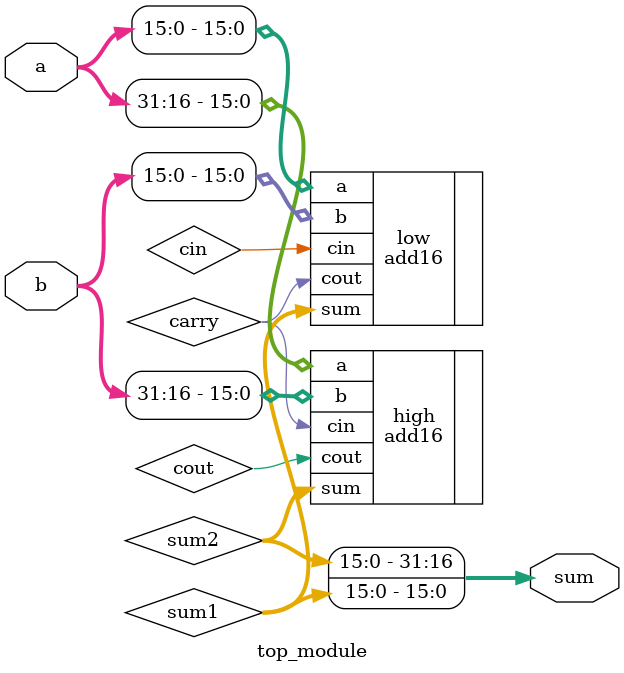
<source format=v>
module top_module(
    input [31:0] a,
    input [31:0] b,
    output [31:0] sum
);
    reg [15:0] sum1,sum2;
    reg carry,cout,cin;
    //module add16 ( input[15:0] a, input[15:0] b, input cin, output[15:0] sum, output cout );
    add16 low(.a({a[15:0]}), .b({b[15:0]}), .cin(cin), .sum(sum1), .cout(carry));
    add16 high(.a({a[31:16]}), .b({b[31:16]}), .cin(carry), .sum(sum2), .cout(cout));
    assign sum={sum2,sum1};
endmodule

</source>
